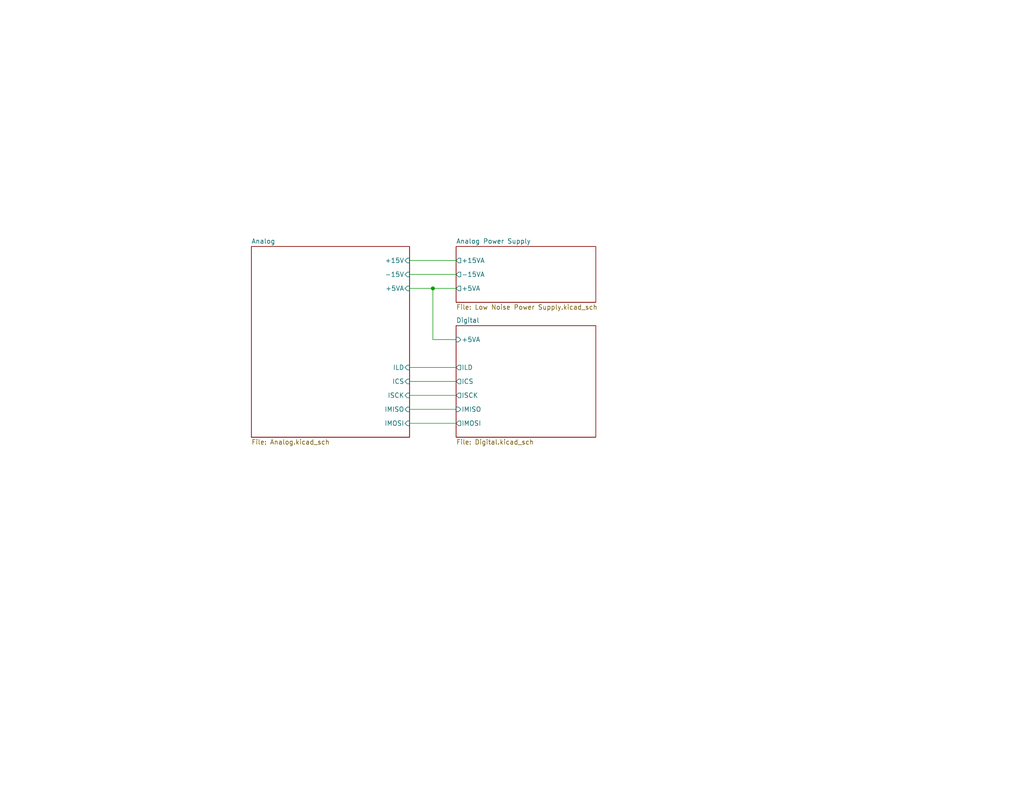
<source format=kicad_sch>
(kicad_sch (version 20230121) (generator eeschema)
  (paper "A")
  (title_block (title "Precision Current Source") (date "2024-05-20") (rev "2.0") (company "Matt Morano"))
  (lib_symbols)
  (junction (at 118.11 78.74))
  (wire (pts (xy 111.76 111.76) (xy 124.46 111.76)))
  (wire (pts (xy 124.46 92.71) (xy 118.11 92.71)))
  (wire (pts (xy 111.76 74.93) (xy 124.46 74.93)))
  (wire (pts (xy 118.11 92.71) (xy 118.11 78.74)))
  (wire (pts (xy 111.76 104.14) (xy 124.46 104.14)))
  (wire (pts (xy 111.76 71.12) (xy 124.46 71.12)))
  (wire (pts (xy 111.76 78.74) (xy 118.11 78.74)))
  (wire (pts (xy 111.76 107.95) (xy 124.46 107.95)))
  (wire (pts (xy 118.11 78.74) (xy 124.46 78.74)))
  (wire (pts (xy 111.76 100.33) (xy 124.46 100.33)))
  (wire (pts (xy 111.76 115.57) (xy 124.46 115.57)))
  (sheet (at 124.46 88.9) (size 38.1 30.48) (stroke (width 0.1524))
    (property "Sheetname" "Digital" (at 124.46 88.1884 0) (effects (justify left bottom)))
    (property "Sheetfile" "Digital.kicad_sch" (at 124.46 119.9646 0) (effects (justify left top)))
    (pin "IMISO" input (at 124.46 111.76 180))
    (pin "ILD" output (at 124.46 100.33 180))
    (pin "IMOSI" output (at 124.46 115.57 180))
    (pin "ISCK" output (at 124.46 107.95 180))
    (pin "+5VA" input (at 124.46 92.71 180))
    (pin "ICS" output (at 124.46 104.14 180))
  )
  (sheet (at 68.58 67.31) (size 43.18 52.07) (stroke (width 0.1524))
    (property "Sheetname" "Analog" (at 68.58 66.5984 0) (effects (justify left bottom)))
    (property "Sheetfile" "Analog.kicad_sch" (at 68.58 119.9646 0) (effects (justify left top)))
    (pin "+15V" input (at 111.76 71.12 0))
    (pin "ISCK" input (at 111.76 107.95 0))
    (pin "ILD" input (at 111.76 100.33 0))
    (pin "IMOSI" input (at 111.76 115.57 0))
    (pin "-15V" input (at 111.76 74.93 0))
    (pin "ICS" input (at 111.76 104.14 0))
    (pin "+5VA" input (at 111.76 78.74 0))
    (pin "IMISO" input (at 111.76 111.76 0))
  )
  (sheet (at 124.46 67.31) (size 38.1 15.24) (stroke (width 0.1524))
    (property "Sheetname" "Analog Power Supply" (at 124.46 66.5984 0) (effects (justify left bottom)))
    (property "Sheetfile" "Low Noise Power Supply.kicad_sch" (at 124.46 83.1346 0) (effects (justify left top)))
    (pin "+15VA" output (at 124.46 71.12 180))
    (pin "-15VA" output (at 124.46 74.93 180))
    (pin "+5VA" output (at 124.46 78.74 180))
  )
)
</source>
